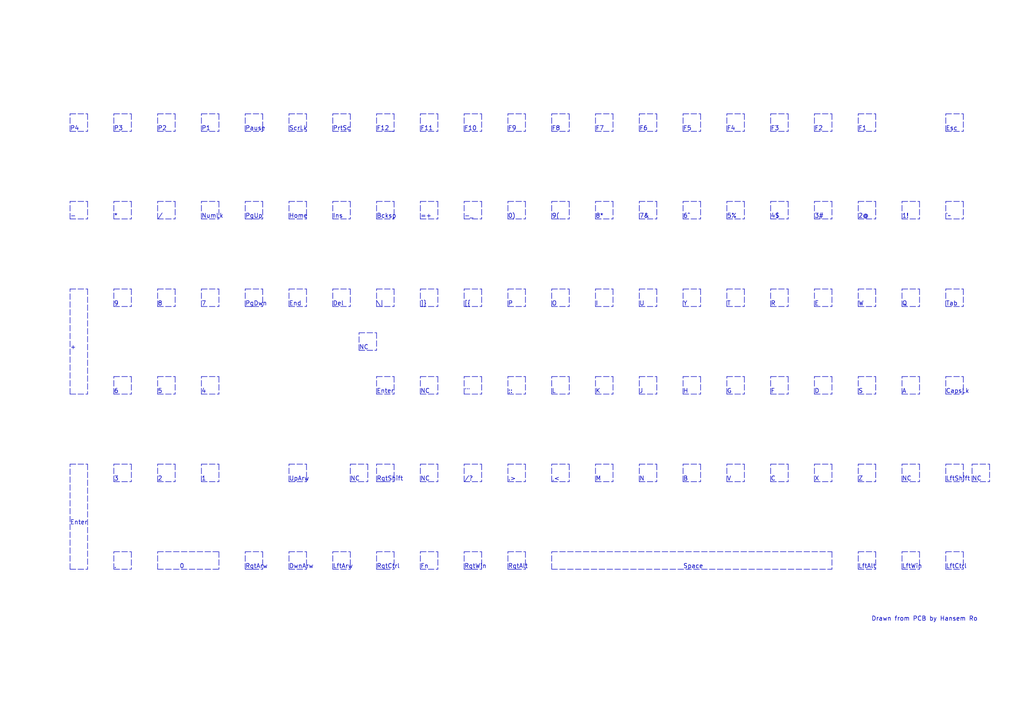
<source format=kicad_sch>
(kicad_sch (version 20211123) (generator eeschema)
  (paper "A4")
  (lib_symbols)
  (polyline (pts (xy 266.7 109.22) (xy 266.7 114.3)))
  (polyline (pts (xy 177.8 109.22) (xy 177.8 114.3)))
  (polyline (pts (xy 228.6 58.42) (xy 228.6 63.5)))
  (polyline (pts (xy 172.72 139.7) (xy 172.72 134.62)))
  (polyline (pts (xy 274.32 114.3) (xy 274.32 109.22)))
  (polyline (pts (xy 236.22 33.02) (xy 241.3 33.02)))
  (polyline (pts (xy 83.82 160.02) (xy 88.9 160.02)))
  (polyline (pts (xy 58.42 33.02) (xy 63.5 33.02)))
  (polyline (pts (xy 198.12 88.9) (xy 198.12 83.82)))
  (polyline (pts (xy 236.22 88.9) (xy 236.22 83.82)))
  (polyline (pts (xy 236.22 83.82) (xy 241.3 83.82)))
  (polyline (pts (xy 266.7 160.02) (xy 266.7 165.1)))
  (polyline (pts (xy 71.12 58.42) (xy 76.2 58.42)))
  (polyline (pts (xy 83.82 165.1) (xy 88.9 165.1)))
  (polyline (pts (xy 134.62 114.3) (xy 134.62 109.22)))
  (polyline (pts (xy 114.3 109.22) (xy 114.3 114.3)))
  (polyline (pts (xy 20.32 114.3) (xy 20.32 83.82)))
  (polyline (pts (xy 172.72 114.3) (xy 172.72 109.22)))
  (polyline (pts (xy 185.42 139.7) (xy 185.42 134.62)))
  (polyline (pts (xy 165.1 33.02) (xy 165.1 38.1)))
  (polyline (pts (xy 160.02 165.1) (xy 160.02 160.02)))
  (polyline (pts (xy 109.22 109.22) (xy 114.3 109.22)))
  (polyline (pts (xy 127 83.82) (xy 127 88.9)))
  (polyline (pts (xy 254 33.02) (xy 254 38.1)))
  (polyline (pts (xy 223.52 33.02) (xy 228.6 33.02)))
  (polyline (pts (xy 114.3 160.02) (xy 114.3 165.1)))
  (polyline (pts (xy 172.72 109.22) (xy 177.8 109.22)))
  (polyline (pts (xy 172.72 63.5) (xy 172.72 58.42)))
  (polyline (pts (xy 33.02 38.1) (xy 33.02 33.02)))
  (polyline (pts (xy 45.72 63.5) (xy 45.72 58.42)))
  (polyline (pts (xy 172.72 88.9) (xy 177.8 88.9)))
  (polyline (pts (xy 121.92 165.1) (xy 121.92 160.02)))
  (polyline (pts (xy 210.82 114.3) (xy 210.82 109.22)))
  (polyline (pts (xy 185.42 38.1) (xy 185.42 33.02)))
  (polyline (pts (xy 152.4 160.02) (xy 152.4 165.1)))
  (polyline (pts (xy 38.1 33.02) (xy 38.1 38.1)))
  (polyline (pts (xy 160.02 88.9) (xy 165.1 88.9)))
  (polyline (pts (xy 33.02 165.1) (xy 38.1 165.1)))
  (polyline (pts (xy 58.42 139.7) (xy 58.42 134.62)))
  (polyline (pts (xy 198.12 114.3) (xy 203.2 114.3)))
  (polyline (pts (xy 58.42 134.62) (xy 63.5 134.62)))
  (polyline (pts (xy 121.92 114.3) (xy 121.92 109.22)))
  (polyline (pts (xy 104.14 101.6) (xy 109.22 101.6)))
  (polyline (pts (xy 198.12 63.5) (xy 198.12 58.42)))
  (polyline (pts (xy 210.82 83.82) (xy 215.9 83.82)))
  (polyline (pts (xy 228.6 33.02) (xy 228.6 38.1)))
  (polyline (pts (xy 134.62 88.9) (xy 139.7 88.9)))
  (polyline (pts (xy 33.02 139.7) (xy 38.1 139.7)))
  (polyline (pts (xy 109.22 134.62) (xy 114.3 134.62)))
  (polyline (pts (xy 96.52 165.1) (xy 96.52 160.02)))
  (polyline (pts (xy 83.82 134.62) (xy 88.9 134.62)))
  (polyline (pts (xy 96.52 88.9) (xy 101.6 88.9)))
  (polyline (pts (xy 50.8 109.22) (xy 50.8 114.3)))
  (polyline (pts (xy 147.32 33.02) (xy 152.4 33.02)))
  (polyline (pts (xy 63.5 83.82) (xy 63.5 88.9)))
  (polyline (pts (xy 134.62 33.02) (xy 139.7 33.02)))
  (polyline (pts (xy 45.72 114.3) (xy 45.72 109.22)))
  (polyline (pts (xy 76.2 83.82) (xy 76.2 88.9)))
  (polyline (pts (xy 58.42 139.7) (xy 63.5 139.7)))
  (polyline (pts (xy 198.12 38.1) (xy 198.12 33.02)))
  (polyline (pts (xy 83.82 63.5) (xy 83.82 58.42)))
  (polyline (pts (xy 160.02 83.82) (xy 165.1 83.82)))
  (polyline (pts (xy 121.92 114.3) (xy 127 114.3)))
  (polyline (pts (xy 261.62 114.3) (xy 261.62 109.22)))
  (polyline (pts (xy 147.32 165.1) (xy 152.4 165.1)))
  (polyline (pts (xy 172.72 134.62) (xy 177.8 134.62)))
  (polyline (pts (xy 45.72 165.1) (xy 63.5 165.1)))
  (polyline (pts (xy 45.72 88.9) (xy 50.8 88.9)))
  (polyline (pts (xy 20.32 33.02) (xy 25.4 33.02)))
  (polyline (pts (xy 109.22 165.1) (xy 114.3 165.1)))
  (polyline (pts (xy 127 109.22) (xy 127 114.3)))
  (polyline (pts (xy 248.92 63.5) (xy 254 63.5)))
  (polyline (pts (xy 88.9 160.02) (xy 88.9 165.1)))
  (polyline (pts (xy 139.7 134.62) (xy 139.7 139.7)))
  (polyline (pts (xy 215.9 33.02) (xy 215.9 38.1)))
  (polyline (pts (xy 190.5 134.62) (xy 190.5 139.7)))
  (polyline (pts (xy 38.1 83.82) (xy 38.1 88.9)))
  (polyline (pts (xy 248.92 88.9) (xy 254 88.9)))
  (polyline (pts (xy 190.5 33.02) (xy 190.5 38.1)))
  (polyline (pts (xy 121.92 38.1) (xy 127 38.1)))
  (polyline (pts (xy 63.5 160.02) (xy 63.5 165.1)))
  (polyline (pts (xy 33.02 114.3) (xy 33.02 109.22)))
  (polyline (pts (xy 281.94 139.7) (xy 287.02 139.7)))
  (polyline (pts (xy 185.42 38.1) (xy 190.5 38.1)))
  (polyline (pts (xy 38.1 134.62) (xy 38.1 139.7)))
  (polyline (pts (xy 248.92 160.02) (xy 254 160.02)))
  (polyline (pts (xy 63.5 58.42) (xy 63.5 63.5)))
  (polyline (pts (xy 152.4 58.42) (xy 152.4 63.5)))
  (polyline (pts (xy 58.42 38.1) (xy 58.42 33.02)))
  (polyline (pts (xy 198.12 139.7) (xy 203.2 139.7)))
  (polyline (pts (xy 33.02 38.1) (xy 38.1 38.1)))
  (polyline (pts (xy 58.42 88.9) (xy 58.42 83.82)))
  (polyline (pts (xy 71.12 165.1) (xy 71.12 160.02)))
  (polyline (pts (xy 45.72 139.7) (xy 50.8 139.7)))
  (polyline (pts (xy 160.02 63.5) (xy 165.1 63.5)))
  (polyline (pts (xy 147.32 38.1) (xy 147.32 33.02)))
  (polyline (pts (xy 20.32 63.5) (xy 25.4 63.5)))
  (polyline (pts (xy 88.9 58.42) (xy 88.9 63.5)))
  (polyline (pts (xy 261.62 109.22) (xy 266.7 109.22)))
  (polyline (pts (xy 172.72 63.5) (xy 177.8 63.5)))
  (polyline (pts (xy 45.72 33.02) (xy 50.8 33.02)))
  (polyline (pts (xy 147.32 58.42) (xy 152.4 58.42)))
  (polyline (pts (xy 228.6 109.22) (xy 228.6 114.3)))
  (polyline (pts (xy 274.32 88.9) (xy 279.4 88.9)))
  (polyline (pts (xy 109.22 83.82) (xy 114.3 83.82)))
  (polyline (pts (xy 104.14 101.6) (xy 104.14 96.52)))
  (polyline (pts (xy 96.52 63.5) (xy 96.52 58.42)))
  (polyline (pts (xy 20.32 134.62) (xy 25.4 134.62)))
  (polyline (pts (xy 83.82 88.9) (xy 83.82 83.82)))
  (polyline (pts (xy 45.72 114.3) (xy 50.8 114.3)))
  (polyline (pts (xy 210.82 134.62) (xy 215.9 134.62)))
  (polyline (pts (xy 45.72 38.1) (xy 45.72 33.02)))
  (polyline (pts (xy 50.8 33.02) (xy 50.8 38.1)))
  (polyline (pts (xy 185.42 134.62) (xy 190.5 134.62)))
  (polyline (pts (xy 248.92 83.82) (xy 254 83.82)))
  (polyline (pts (xy 160.02 139.7) (xy 160.02 134.62)))
  (polyline (pts (xy 210.82 33.02) (xy 215.9 33.02)))
  (polyline (pts (xy 261.62 165.1) (xy 266.7 165.1)))
  (polyline (pts (xy 147.32 114.3) (xy 152.4 114.3)))
  (polyline (pts (xy 279.4 134.62) (xy 279.4 139.7)))
  (polyline (pts (xy 274.32 139.7) (xy 279.4 139.7)))
  (polyline (pts (xy 121.92 88.9) (xy 121.92 83.82)))
  (polyline (pts (xy 160.02 88.9) (xy 160.02 83.82)))
  (polyline (pts (xy 198.12 134.62) (xy 203.2 134.62)))
  (polyline (pts (xy 185.42 63.5) (xy 190.5 63.5)))
  (polyline (pts (xy 172.72 88.9) (xy 172.72 83.82)))
  (polyline (pts (xy 279.4 33.02) (xy 279.4 38.1)))
  (polyline (pts (xy 134.62 139.7) (xy 139.7 139.7)))
  (polyline (pts (xy 33.02 63.5) (xy 38.1 63.5)))
  (polyline (pts (xy 274.32 109.22) (xy 279.4 109.22)))
  (polyline (pts (xy 248.92 33.02) (xy 254 33.02)))
  (polyline (pts (xy 248.92 38.1) (xy 254 38.1)))
  (polyline (pts (xy 114.3 33.02) (xy 114.3 38.1)))
  (polyline (pts (xy 274.32 114.3) (xy 279.4 114.3)))
  (polyline (pts (xy 228.6 83.82) (xy 228.6 88.9)))
  (polyline (pts (xy 165.1 58.42) (xy 165.1 63.5)))
  (polyline (pts (xy 101.6 58.42) (xy 101.6 63.5)))
  (polyline (pts (xy 96.52 83.82) (xy 101.6 83.82)))
  (polyline (pts (xy 198.12 63.5) (xy 203.2 63.5)))
  (polyline (pts (xy 261.62 139.7) (xy 261.62 134.62)))
  (polyline (pts (xy 274.32 165.1) (xy 279.4 165.1)))
  (polyline (pts (xy 45.72 134.62) (xy 50.8 134.62)))
  (polyline (pts (xy 210.82 88.9) (xy 210.82 83.82)))
  (polyline (pts (xy 223.52 134.62) (xy 228.6 134.62)))
  (polyline (pts (xy 109.22 114.3) (xy 109.22 109.22)))
  (polyline (pts (xy 45.72 109.22) (xy 50.8 109.22)))
  (polyline (pts (xy 147.32 88.9) (xy 152.4 88.9)))
  (polyline (pts (xy 96.52 63.5) (xy 101.6 63.5)))
  (polyline (pts (xy 83.82 139.7) (xy 83.82 134.62)))
  (polyline (pts (xy 248.92 88.9) (xy 248.92 83.82)))
  (polyline (pts (xy 261.62 63.5) (xy 261.62 58.42)))
  (polyline (pts (xy 198.12 88.9) (xy 203.2 88.9)))
  (polyline (pts (xy 121.92 63.5) (xy 121.92 58.42)))
  (polyline (pts (xy 83.82 58.42) (xy 88.9 58.42)))
  (polyline (pts (xy 177.8 83.82) (xy 177.8 88.9)))
  (polyline (pts (xy 210.82 114.3) (xy 215.9 114.3)))
  (polyline (pts (xy 96.52 38.1) (xy 96.52 33.02)))
  (polyline (pts (xy 287.02 134.62) (xy 287.02 139.7)))
  (polyline (pts (xy 266.7 58.42) (xy 266.7 63.5)))
  (polyline (pts (xy 236.22 63.5) (xy 236.22 58.42)))
  (polyline (pts (xy 50.8 83.82) (xy 50.8 88.9)))
  (polyline (pts (xy 134.62 134.62) (xy 139.7 134.62)))
  (polyline (pts (xy 127 160.02) (xy 127 165.1)))
  (polyline (pts (xy 71.12 160.02) (xy 76.2 160.02)))
  (polyline (pts (xy 223.52 88.9) (xy 228.6 88.9)))
  (polyline (pts (xy 121.92 33.02) (xy 127 33.02)))
  (polyline (pts (xy 20.32 83.82) (xy 25.4 83.82)))
  (polyline (pts (xy 274.32 58.42) (xy 279.4 58.42)))
  (polyline (pts (xy 83.82 63.5) (xy 88.9 63.5)))
  (polyline (pts (xy 236.22 114.3) (xy 241.3 114.3)))
  (polyline (pts (xy 261.62 160.02) (xy 266.7 160.02)))
  (polyline (pts (xy 109.22 58.42) (xy 114.3 58.42)))
  (polyline (pts (xy 147.32 109.22) (xy 152.4 109.22)))
  (polyline (pts (xy 139.7 33.02) (xy 139.7 38.1)))
  (polyline (pts (xy 248.92 165.1) (xy 248.92 160.02)))
  (polyline (pts (xy 266.7 83.82) (xy 266.7 88.9)))
  (polyline (pts (xy 71.12 38.1) (xy 76.2 38.1)))
  (polyline (pts (xy 261.62 114.3) (xy 266.7 114.3)))
  (polyline (pts (xy 33.02 63.5) (xy 33.02 58.42)))
  (polyline (pts (xy 96.52 88.9) (xy 96.52 83.82)))
  (polyline (pts (xy 121.92 83.82) (xy 127 83.82)))
  (polyline (pts (xy 45.72 160.02) (xy 63.5 160.02)))
  (polyline (pts (xy 33.02 88.9) (xy 33.02 83.82)))
  (polyline (pts (xy 20.32 38.1) (xy 20.32 33.02)))
  (polyline (pts (xy 160.02 160.02) (xy 241.3 160.02)))
  (polyline (pts (xy 114.3 134.62) (xy 114.3 139.7)))
  (polyline (pts (xy 228.6 134.62) (xy 228.6 139.7)))
  (polyline (pts (xy 127 33.02) (xy 127 38.1)))
  (polyline (pts (xy 160.02 38.1) (xy 160.02 33.02)))
  (polyline (pts (xy 241.3 33.02) (xy 241.3 38.1)))
  (polyline (pts (xy 198.12 83.82) (xy 203.2 83.82)))
  (polyline (pts (xy 198.12 58.42) (xy 203.2 58.42)))
  (polyline (pts (xy 147.32 139.7) (xy 152.4 139.7)))
  (polyline (pts (xy 88.9 134.62) (xy 88.9 139.7)))
  (polyline (pts (xy 241.3 109.22) (xy 241.3 114.3)))
  (polyline (pts (xy 198.12 109.22) (xy 203.2 109.22)))
  (polyline (pts (xy 139.7 109.22) (xy 139.7 114.3)))
  (polyline (pts (xy 88.9 83.82) (xy 88.9 88.9)))
  (polyline (pts (xy 121.92 38.1) (xy 121.92 33.02)))
  (polyline (pts (xy 152.4 109.22) (xy 152.4 114.3)))
  (polyline (pts (xy 198.12 139.7) (xy 198.12 134.62)))
  (polyline (pts (xy 83.82 88.9) (xy 88.9 88.9)))
  (polyline (pts (xy 109.22 160.02) (xy 114.3 160.02)))
  (polyline (pts (xy 274.32 83.82) (xy 279.4 83.82)))
  (polyline (pts (xy 160.02 33.02) (xy 165.1 33.02)))
  (polyline (pts (xy 236.22 88.9) (xy 241.3 88.9)))
  (polyline (pts (xy 147.32 38.1) (xy 152.4 38.1)))
  (polyline (pts (xy 109.22 88.9) (xy 109.22 83.82)))
  (polyline (pts (xy 101.6 160.02) (xy 101.6 165.1)))
  (polyline (pts (xy 109.22 139.7) (xy 114.3 139.7)))
  (polyline (pts (xy 236.22 139.7) (xy 236.22 134.62)))
  (polyline (pts (xy 20.32 165.1) (xy 25.4 165.1)))
  (polyline (pts (xy 114.3 38.1) (xy 113.03 38.1)))
  (polyline (pts (xy 248.92 165.1) (xy 254 165.1)))
  (polyline (pts (xy 121.92 63.5) (xy 127 63.5)))
  (polyline (pts (xy 127 134.62) (xy 127 139.7)))
  (polyline (pts (xy 210.82 88.9) (xy 215.9 88.9)))
  (polyline (pts (xy 152.4 33.02) (xy 152.4 38.1)))
  (polyline (pts (xy 106.68 134.62) (xy 106.68 139.7)))
  (polyline (pts (xy 160.02 134.62) (xy 165.1 134.62)))
  (polyline (pts (xy 165.1 109.22) (xy 165.1 114.3)))
  (polyline (pts (xy 190.5 83.82) (xy 190.5 88.9)))
  (polyline (pts (xy 121.92 109.22) (xy 127 109.22)))
  (polyline (pts (xy 210.82 58.42) (xy 215.9 58.42)))
  (polyline (pts (xy 109.22 96.52) (xy 109.22 101.6)))
  (polyline (pts (xy 274.32 63.5) (xy 279.4 63.5)))
  (polyline (pts (xy 101.6 33.02) (xy 101.6 38.1)))
  (polyline (pts (xy 134.62 63.5) (xy 139.7 63.5)))
  (polyline (pts (xy 101.6 139.7) (xy 106.68 139.7)))
  (polyline (pts (xy 20.32 114.3) (xy 25.4 114.3)))
  (polyline (pts (xy 254 109.22) (xy 254 114.3)))
  (polyline (pts (xy 215.9 83.82) (xy 215.9 88.9)))
  (polyline (pts (xy 185.42 63.5) (xy 185.42 58.42)))
  (polyline (pts (xy 109.22 165.1) (xy 109.22 160.02)))
  (polyline (pts (xy 248.92 114.3) (xy 254 114.3)))
  (polyline (pts (xy 261.62 83.82) (xy 266.7 83.82)))
  (polyline (pts (xy 248.92 63.5) (xy 248.92 58.42)))
  (polyline (pts (xy 279.4 58.42) (xy 279.4 63.5)))
  (polyline (pts (xy 241.3 58.42) (xy 241.3 63.5)))
  (polyline (pts (xy 261.62 134.62) (xy 266.7 134.62)))
  (polyline (pts (xy 147.32 165.1) (xy 147.32 160.02)))
  (polyline (pts (xy 160.02 114.3) (xy 160.02 109.22)))
  (polyline (pts (xy 160.02 63.5) (xy 160.02 58.42)))
  (polyline (pts (xy 58.42 114.3) (xy 58.42 109.22)))
  (polyline (pts (xy 261.62 58.42) (xy 266.7 58.42)))
  (polyline (pts (xy 50.8 134.62) (xy 50.8 139.7)))
  (polyline (pts (xy 45.72 88.9) (xy 45.72 83.82)))
  (polyline (pts (xy 58.42 114.3) (xy 63.5 114.3)))
  (polyline (pts (xy 236.22 139.7) (xy 241.3 139.7)))
  (polyline (pts (xy 203.2 58.42) (xy 203.2 63.5)))
  (polyline (pts (xy 198.12 114.3) (xy 198.12 109.22)))
  (polyline (pts (xy 254 58.42) (xy 254 63.5)))
  (polyline (pts (xy 172.72 58.42) (xy 177.8 58.42)))
  (polyline (pts (xy 96.52 38.1) (xy 101.6 38.1)))
  (polyline (pts (xy 185.42 33.02) (xy 190.5 33.02)))
  (polyline (pts (xy 71.12 38.1) (xy 71.12 33.02)))
  (polyline (pts (xy 139.7 83.82) (xy 139.7 88.9)))
  (polyline (pts (xy 134.62 165.1) (xy 134.62 160.02)))
  (polyline (pts (xy 71.12 83.82) (xy 76.2 83.82)))
  (polyline (pts (xy 25.4 83.82) (xy 25.4 114.3)))
  (polyline (pts (xy 76.2 160.02) (xy 76.2 165.1)))
  (polyline (pts (xy 248.92 114.3) (xy 248.92 109.22)))
  (polyline (pts (xy 33.02 160.02) (xy 38.1 160.02)))
  (polyline (pts (xy 134.62 58.42) (xy 139.7 58.42)))
  (polyline (pts (xy 215.9 109.22) (xy 215.9 114.3)))
  (polyline (pts (xy 241.3 160.02) (xy 241.3 165.1)))
  (polyline (pts (xy 45.72 63.5) (xy 50.8 63.5)))
  (polyline (pts (xy 45.72 165.1) (xy 45.72 160.02)))
  (polyline (pts (xy 261.62 139.7) (xy 266.7 139.7)))
  (polyline (pts (xy 96.52 160.02) (xy 101.6 160.02)))
  (polyline (pts (xy 274.32 165.1) (xy 274.32 160.02)))
  (polyline (pts (xy 33.02 114.3) (xy 38.1 114.3)))
  (polyline (pts (xy 114.3 58.42) (xy 114.3 63.5)))
  (polyline (pts (xy 58.42 83.82) (xy 63.5 83.82)))
  (polyline (pts (xy 274.32 88.9) (xy 274.32 83.82)))
  (polyline (pts (xy 71.12 63.5) (xy 76.2 63.5)))
  (polyline (pts (xy 96.52 33.02) (xy 101.6 33.02)))
  (polyline (pts (xy 71.12 88.9) (xy 76.2 88.9)))
  (polyline (pts (xy 172.72 83.82) (xy 177.8 83.82)))
  (polyline (pts (xy 71.12 88.9) (xy 71.12 83.82)))
  (polyline (pts (xy 33.02 139.7) (xy 33.02 134.62)))
  (polyline (pts (xy 248.92 109.22) (xy 254 109.22)))
  (polyline (pts (xy 274.32 38.1) (xy 274.32 33.02)))
  (polyline (pts (xy 101.6 139.7) (xy 101.6 134.62)))
  (polyline (pts (xy 274.32 160.02) (xy 279.4 160.02)))
  (polyline (pts (xy 185.42 109.22) (xy 190.5 109.22)))
  (polyline (pts (xy 160.02 114.3) (xy 165.1 114.3)))
  (polyline (pts (xy 101.6 83.82) (xy 101.6 88.9)))
  (polyline (pts (xy 203.2 33.02) (xy 203.2 38.1)))
  (polyline (pts (xy 121.92 160.02) (xy 127 160.02)))
  (polyline (pts (xy 261.62 165.1) (xy 261.62 160.02)))
  (polyline (pts (xy 254 134.62) (xy 254 139.7)))
  (polyline (pts (xy 109.22 63.5) (xy 114.3 63.5)))
  (polyline (pts (xy 114.3 83.82) (xy 114.3 88.9)))
  (polyline (pts (xy 83.82 38.1) (xy 83.82 33.02)))
  (polyline (pts (xy 172.72 139.7) (xy 177.8 139.7)))
  (polyline (pts (xy 274.32 33.02) (xy 279.4 33.02)))
  (polyline (pts (xy 198.12 33.02) (xy 203.2 33.02)))
  (polyline (pts (xy 210.82 109.22) (xy 215.9 109.22)))
  (polyline (pts (xy 274.32 134.62) (xy 279.4 134.62)))
  (polyline (pts (xy 147.32 134.62) (xy 152.4 134.62)))
  (polyline (pts (xy 172.72 114.3) (xy 177.8 114.3)))
  (polyline (pts (xy 71.12 63.5) (xy 71.12 58.42)))
  (polyline (pts (xy 139.7 58.42) (xy 139.7 63.5)))
  (polyline (pts (xy 20.32 63.5) (xy 20.32 58.42)))
  (polyline (pts (xy 38.1 58.42) (xy 38.1 63.5)))
  (polyline (pts (xy 96.52 58.42) (xy 101.6 58.42)))
  (polyline (pts (xy 223.52 88.9) (xy 223.52 83.82)))
  (polyline (pts (xy 210.82 139.7) (xy 215.9 139.7)))
  (polyline (pts (xy 76.2 58.42) (xy 76.2 63.5)))
  (polyline (pts (xy 261.62 88.9) (xy 266.7 88.9)))
  (polyline (pts (xy 127 58.42) (xy 127 63.5)))
  (polyline (pts (xy 185.42 83.82) (xy 190.5 83.82)))
  (polyline (pts (xy 121.92 165.1) (xy 127 165.1)))
  (polyline (pts (xy 215.9 58.42) (xy 215.9 63.5)))
  (polyline (pts (xy 210.82 38.1) (xy 210.82 33.02)))
  (polyline (pts (xy 109.22 114.3) (xy 114.3 114.3)))
  (polyline (pts (xy 58.42 109.22) (xy 63.5 109.22)))
  (polyline (pts (xy 121.92 58.42) (xy 127 58.42)))
  (polyline (pts (xy 58.42 38.1) (xy 63.5 38.1)))
  (polyline (pts (xy 63.5 109.22) (xy 63.5 114.3)))
  (polyline (pts (xy 50.8 58.42) (xy 50.8 63.5)))
  (polyline (pts (xy 236.22 109.22) (xy 241.3 109.22)))
  (polyline (pts (xy 147.32 114.3) (xy 147.32 109.22)))
  (polyline (pts (xy 203.2 134.62) (xy 203.2 139.7)))
  (polyline (pts (xy 223.52 58.42) (xy 228.6 58.42)))
  (polyline (pts (xy 33.02 134.62) (xy 38.1 134.62)))
  (polyline (pts (xy 25.4 33.02) (xy 25.4 38.1)))
  (polyline (pts (xy 152.4 134.62) (xy 152.4 139.7)))
  (polyline (pts (xy 281.94 134.62) (xy 287.02 134.62)))
  (polyline (pts (xy 223.52 109.22) (xy 228.6 109.22)))
  (polyline (pts (xy 236.22 134.62) (xy 241.3 134.62)))
  (polyline (pts (xy 134.62 160.02) (xy 139.7 160.02)))
  (polyline (pts (xy 177.8 33.02) (xy 177.8 38.1)))
  (polyline (pts (xy 236.22 38.1) (xy 241.3 38.1)))
  (polyline (pts (xy 25.4 134.62) (xy 25.4 165.1)))
  (polyline (pts (xy 160.02 38.1) (xy 165.1 38.1)))
  (polyline (pts (xy 185.42 88.9) (xy 185.42 83.82)))
  (polyline (pts (xy 63.5 134.62) (xy 63.5 139.7)))
  (polyline (pts (xy 223.52 38.1) (xy 228.6 38.1)))
  (polyline (pts (xy 279.4 109.22) (xy 279.4 114.3)))
  (polyline (pts (xy 254 83.82) (xy 254 88.9)))
  (polyline (pts (xy 172.72 38.1) (xy 177.8 38.1)))
  (polyline (pts (xy 223.52 63.5) (xy 223.52 58.42)))
  (polyline (pts (xy 134.62 114.3) (xy 139.7 114.3)))
  (polyline (pts (xy 236.22 58.42) (xy 241.3 58.42)))
  (polyline (pts (xy 185.42 58.42) (xy 190.5 58.42)))
  (polyline (pts (xy 203.2 83.82) (xy 203.2 88.9)))
  (polyline (pts (xy 76.2 33.02) (xy 76.2 38.1)))
  (polyline (pts (xy 147.32 88.9) (xy 147.32 83.82)))
  (polyline (pts (xy 177.8 134.62) (xy 177.8 139.7)))
  (polyline (pts (xy 109.22 139.7) (xy 109.22 134.62)))
  (polyline (pts (xy 177.8 58.42) (xy 177.8 63.5)))
  (polyline (pts (xy 88.9 33.02) (xy 88.9 38.1)))
  (polyline (pts (xy 58.42 88.9) (xy 63.5 88.9)))
  (polyline (pts (xy 160.02 165.1) (xy 241.3 165.1)))
  (polyline (pts (xy 248.92 139.7) (xy 254 139.7)))
  (polyline (pts (xy 109.22 88.9) (xy 114.3 88.9)))
  (polyline (pts (xy 172.72 38.1) (xy 172.72 33.02)))
  (polyline (pts (xy 134.62 38.1) (xy 134.62 33.02)))
  (polyline (pts (xy 96.52 165.1) (xy 101.6 165.1)))
  (polyline (pts (xy 172.72 33.02) (xy 177.8 33.02)))
  (polyline (pts (xy 134.62 139.7) (xy 134.62 134.62)))
  (polyline (pts (xy 109.22 38.1) (xy 114.3 38.1)))
  (polyline (pts (xy 261.62 88.9) (xy 261.62 83.82)))
  (polyline (pts (xy 147.32 63.5) (xy 152.4 63.5)))
  (polyline (pts (xy 71.12 165.1) (xy 76.2 165.1)))
  (polyline (pts (xy 104.14 96.52) (xy 109.22 96.52)))
  (polyline (pts (xy 223.52 139.7) (xy 228.6 139.7)))
  (polyline (pts (xy 71.12 33.02) (xy 76.2 33.02)))
  (polyline (pts (xy 121.92 139.7) (xy 127 139.7)))
  (polyline (pts (xy 33.02 165.1) (xy 33.02 160.02)))
  (polyline (pts (xy 109.22 38.1) (xy 109.22 33.02)))
  (polyline (pts (xy 33.02 33.02) (xy 38.1 33.02)))
  (polyline (pts (xy 20.32 165.1) (xy 20.32 134.62)))
  (polyline (pts (xy 160.02 139.7) (xy 165.1 139.7)))
  (polyline (pts (xy 45.72 58.42) (xy 50.8 58.42)))
  (polyline (pts (xy 210.82 63.5) (xy 215.9 63.5)))
  (polyline (pts (xy 38.1 109.22) (xy 38.1 114.3)))
  (polyline (pts (xy 33.02 88.9) (xy 38.1 88.9)))
  (polyline (pts (xy 134.62 88.9) (xy 134.62 83.82)))
  (polyline (pts (xy 274.32 139.7) (xy 274.32 134.62)))
  (polyline (pts (xy 185.42 114.3) (xy 185.42 109.22)))
  (polyline (pts (xy 45.72 83.82) (xy 50.8 83.82)))
  (polyline (pts (xy 147.32 160.02) (xy 152.4 160.02)))
  (polyline (pts (xy 185.42 139.7) (xy 190.5 139.7)))
  (polyline (pts (xy 147.32 83.82) (xy 152.4 83.82)))
  (polyline (pts (xy 223.52 114.3) (xy 223.52 109.22)))
  (polyline (pts (xy 147.32 63.5) (xy 147.32 58.42)))
  (polyline (pts (xy 121.92 134.62) (xy 127 134.62)))
  (polyline (pts (xy 279.4 83.82) (xy 279.4 88.9)))
  (polyline (pts (xy 58.42 63.5) (xy 63.5 63.5)))
  (polyline (pts (xy 215.9 134.62) (xy 215.9 139.7)))
  (polyline (pts (xy 109.22 63.5) (xy 109.22 58.42)))
  (polyline (pts (xy 33.02 83.82) (xy 38.1 83.82)))
  (polyline (pts (xy 152.4 83.82) (xy 152.4 88.9)))
  (polyline (pts (xy 248.92 134.62) (xy 254 134.62)))
  (polyline (pts (xy 58.42 58.42) (xy 63.5 58.42)))
  (polyline (pts (xy 198.12 38.1) (xy 203.2 38.1)))
  (polyline (pts (xy 210.82 63.5) (xy 210.82 58.42)))
  (polyline (pts (xy 134.62 83.82) (xy 139.7 83.82)))
  (polyline (pts (xy 134.62 63.5) (xy 134.62 58.42)))
  (polyline (pts (xy 33.02 109.22) (xy 38.1 109.22)))
  (polyline (pts (xy 20.32 38.1) (xy 25.4 38.1)))
  (polyline (pts (xy 25.4 58.42) (xy 25.4 63.5)))
  (polyline (pts (xy 33.02 58.42) (xy 38.1 58.42)))
  (polyline (pts (xy 248.92 139.7) (xy 248.92 134.62)))
  (polyline (pts (xy 38.1 160.02) (xy 38.1 165.1)))
  (polyline (pts (xy 121.92 139.7) (xy 121.92 134.62)))
  (polyline (pts (xy 266.7 134.62) (xy 266.7 139.7)))
  (polyline (pts (xy 210.82 38.1) (xy 215.9 38.1)))
  (polyline (pts (xy 223.52 139.7) (xy 223.52 134.62)))
  (polyline (pts (xy 241.3 134.62) (xy 241.3 139.7)))
  (polyline (pts (xy 254 160.02) (xy 254 165.1)))
  (polyline (pts (xy 274.32 63.5) (xy 274.32 58.42)))
  (polyline (pts (xy 279.4 160.02) (xy 279.4 165.1)))
  (polyline (pts (xy 45.72 38.1) (xy 50.8 38.1)))
  (polyline (pts (xy 134.62 165.1) (xy 139.7 165.1)))
  (polyline (pts (xy 165.1 134.62) (xy 165.1 139.7)))
  (polyline (pts (xy 101.6 134.62) (xy 106.68 134.62)))
  (polyline (pts (xy 185.42 114.3) (xy 190.5 114.3)))
  (polyline (pts (xy 248.92 58.42) (xy 254 58.42)))
  (polyline (pts (xy 236.22 63.5) (xy 241.3 63.5)))
  (polyline (pts (xy 165.1 83.82) (xy 165.1 88.9)))
  (polyline (pts (xy 203.2 109.22) (xy 203.2 114.3)))
  (polyline (pts (xy 274.32 38.1) (xy 279.4 38.1)))
  (polyline (pts (xy 190.5 58.42) (xy 190.5 63.5)))
  (polyline (pts (xy 121.92 88.9) (xy 127 88.9)))
  (polyline (pts (xy 223.52 114.3) (xy 228.6 114.3)))
  (polyline (pts (xy 134.62 109.22) (xy 139.7 109.22)))
  (polyline (pts (xy 83.82 83.82) (xy 88.9 83.82)))
  (polyline (pts (xy 281.94 139.7) (xy 281.94 134.62)))
  (polyline (pts (xy 63.5 33.02) (xy 63.5 38.1)))
  (polyline (pts (xy 223.52 63.5) (xy 228.6 63.5)))
  (polyline (pts (xy 185.42 88.9) (xy 190.5 88.9)))
  (polyline (pts (xy 20.32 58.42) (xy 25.4 58.42)))
  (polyline (pts (xy 134.62 38.1) (xy 139.7 38.1)))
  (polyline (pts (xy 139.7 160.02) (xy 139.7 165.1)))
  (polyline (pts (xy 83.82 139.7) (xy 88.9 139.7)))
  (polyline (pts (xy 236.22 38.1) (xy 236.22 33.02)))
  (polyline (pts (xy 58.42 63.5) (xy 58.42 58.42)))
  (polyline (pts (xy 83.82 165.1) (xy 83.82 160.02)))
  (polyline (pts (xy 147.32 139.7) (xy 147.32 134.62)))
  (polyline (pts (xy 45.72 139.7) (xy 45.72 134.62)))
  (polyline (pts (xy 109.22 33.02) (xy 114.3 33.02)))
  (polyline (pts (xy 83.82 33.02) (xy 88.9 33.02)))
  (polyline (pts (xy 160.02 109.22) (xy 165.1 109.22)))
  (polyline (pts (xy 190.5 109.22) (xy 190.5 114.3)))
  (polyline (pts (xy 83.82 38.1) (xy 88.9 38.1)))
  (polyline (pts (xy 241.3 83.82) (xy 241.3 88.9)))
  (polyline (pts (xy 261.62 63.5) (xy 266.7 63.5)))
  (polyline (pts (xy 248.92 38.1) (xy 248.92 33.02)))
  (polyline (pts (xy 160.02 58.42) (xy 165.1 58.42)))
  (polyline (pts (xy 236.22 114.3) (xy 236.22 109.22)))
  (polyline (pts (xy 223.52 83.82) (xy 228.6 83.82)))
  (polyline (pts (xy 210.82 139.7) (xy 210.82 134.62)))
  (polyline (pts (xy 223.52 38.1) (xy 223.52 33.02)))
  (text "P1" (at 58.42 38.1 0) (effects (font (size 1.27 1.27)) (justify left bottom)))
  (text "[{" (at 134.62 88.9 0) (effects (font (size 1.27 1.27)) (justify left bottom)))
  (text "P2" (at 45.72 38.1 0) (effects (font (size 1.27 1.27)) (justify left bottom)))
  (text "F2" (at 236.22 38.1 0) (effects (font (size 1.27 1.27)) (justify left bottom)))
  (text "PrtSc" (at 96.52 38.1 0) (effects (font (size 1.27 1.27)) (justify left bottom)))
  (text "1!" (at 261.62 63.5 0) (effects (font (size 1.27 1.27)) (justify left bottom)))
  (text ";:" (at 147.32 114.3 0) (effects (font (size 1.27 1.27)) (justify left bottom)))
  (text "UpArw" (at 83.82 139.7 0) (effects (font (size 1.27 1.27)) (justify left bottom)))
  (text "=+" (at 121.92 63.5 0) (effects (font (size 1.27 1.27)) (justify left bottom)))
  (text "Drawn from PCB by Hansem Ro" (at 252.73 180.34 0) (effects (font (size 1.27 1.27)) (justify left bottom)))
  (text "-_" (at 134.62 63.5 0) (effects (font (size 1.27 1.27)) (justify left bottom)))
  (text "F4" (at 210.82 38.1 0) (effects (font (size 1.27 1.27)) (justify left bottom)))
  (text "-" (at 20.32 63.5 0) (effects (font (size 1.27 1.27)) (justify left bottom)))
  (text "7" (at 58.42 88.9 0) (effects (font (size 1.27 1.27)) (justify left bottom)))
  (text "F10" (at 134.62 38.1 0) (effects (font (size 1.27 1.27)) (justify left bottom)))
  (text "E" (at 236.22 88.9 0) (effects (font (size 1.27 1.27)) (justify left bottom)))
  (text "LftCtrl" (at 274.32 165.1 0) (effects (font (size 1.27 1.27)) (justify left bottom)))
  (text "Y" (at 198.12 88.9 0) (effects (font (size 1.27 1.27)) (justify left bottom)))
  (text "G" (at 210.82 114.3 0) (effects (font (size 1.27 1.27)) (justify left bottom)))
  (text "F7" (at 172.72 38.1 0) (effects (font (size 1.27 1.27)) (justify left bottom)))
  (text "4" (at 58.42 114.3 0) (effects (font (size 1.27 1.27)) (justify left bottom)))
  (text "5%" (at 210.82 63.5 0) (effects (font (size 1.27 1.27)) (justify left bottom)))
  (text "8*" (at 172.72 63.5 0) (effects (font (size 1.27 1.27)) (justify left bottom)))
  (text "6" (at 33.02 114.3 0) (effects (font (size 1.27 1.27)) (justify left bottom)))
  (text "7&" (at 185.42 63.5 0) (effects (font (size 1.27 1.27)) (justify left bottom)))
  (text "D" (at 236.22 114.3 0) (effects (font (size 1.27 1.27)) (justify left bottom)))
  (text "2@" (at 248.92 63.5 0) (effects (font (size 1.27 1.27)) (justify left bottom)))
  (text "Z" (at 248.92 139.7 0) (effects (font (size 1.27 1.27)) (justify left bottom)))
  (text "Enter" (at 109.22 114.3 0) (effects (font (size 1.27 1.27)) (justify left bottom)))
  (text "F12" (at 109.22 38.1 0) (effects (font (size 1.27 1.27)) (justify left bottom)))
  (text "LftWin" (at 261.62 165.1 0) (effects (font (size 1.27 1.27)) (justify left bottom)))
  (text "NC" (at 101.6 139.7 0) (effects (font (size 1.27 1.27)) (justify left bottom)))
  (text "9(" (at 160.02 63.5 0) (effects (font (size 1.27 1.27)) (justify left bottom)))
  (text "*" (at 33.02 63.5 0) (effects (font (size 1.27 1.27)) (justify left bottom)))
  (text "/" (at 45.72 63.5 0) (effects (font (size 1.27 1.27)) (justify left bottom)))
  (text "CapsLk" (at 274.32 114.3 0) (effects (font (size 1.27 1.27)) (justify left bottom)))
  (text "Bcksp" (at 109.22 63.5 0) (effects (font (size 1.27 1.27)) (justify left bottom)))
  (text "]}" (at 121.92 88.9 0) (effects (font (size 1.27 1.27)) (justify left bottom)))
  (text "Ins" (at 96.52 63.5 0) (effects (font (size 1.27 1.27)) (justify left bottom)))
  (text "0" (at 52.07 165.1 0) (effects (font (size 1.27 1.27)) (justify left bottom)))
  (text "F6" (at 185.42 38.1 0) (effects (font (size 1.27 1.27)) (justify left bottom)))
  (text "K" (at 172.72 114.3 0) (effects (font (size 1.27 1.27)) (justify left bottom)))
  (text "Space" (at 198.12 165.1 0) (effects (font (size 1.27 1.27)) (justify left bottom)))
  (text "'\"" (at 134.62 114.3 0) (effects (font (size 1.27 1.27)) (justify left bottom)))
  (text "V" (at 210.82 139.7 0) (effects (font (size 1.27 1.27)) (justify left bottom)))
  (text "N" (at 185.42 139.7 0) (effects (font (size 1.27 1.27)) (justify left bottom)))
  (text "P4" (at 20.32 38.1 0) (effects (font (size 1.27 1.27)) (justify left bottom)))
  (text "3" (at 33.02 139.7 0) (effects (font (size 1.27 1.27)) (justify left bottom)))
  (text "Q" (at 261.62 88.9 0) (effects (font (size 1.27 1.27)) (justify left bottom)))
  (text "." (at 33.02 165.1 0) (effects (font (size 1.27 1.27)) (justify left bottom)))
  (text "ScrLk" (at 83.82 38.1 0) (effects (font (size 1.27 1.27)) (justify left bottom)))
  (text "I" (at 172.72 88.9 0) (effects (font (size 1.27 1.27)) (justify left bottom)))
  (text "0)" (at 147.32 63.5 0) (effects (font (size 1.27 1.27)) (justify left bottom)))
  (text "`~" (at 274.32 63.5 0) (effects (font (size 1.27 1.27)) (justify left bottom)))
  (text "1" (at 58.42 139.7 0) (effects (font (size 1.27 1.27)) (justify left bottom)))
  (text "LftArw" (at 96.52 165.1 0) (effects (font (size 1.27 1.27)) (justify left bottom)))
  (text "F3" (at 223.52 38.1 0) (effects (font (size 1.27 1.27)) (justify left bottom)))
  (text "Del" (at 96.52 88.9 0) (effects (font (size 1.27 1.27)) (justify left bottom)))
  (text "Pause" (at 71.12 38.1 0) (effects (font (size 1.27 1.27)) (justify left bottom)))
  (text "RgtWin" (at 134.62 165.1 0) (effects (font (size 1.27 1.27)) (justify left bottom)))
  (text "8" (at 45.72 88.9 0) (effects (font (size 1.27 1.27)) (justify left bottom)))
  (text "M" (at 172.72 139.7 0) (effects (font (size 1.27 1.27)) (justify left bottom)))
  (text "P3" (at 33.02 38.1 0) (effects (font (size 1.27 1.27)) (justify left bottom)))
  (text "3#" (at 236.22 63.5 0) (effects (font (size 1.27 1.27)) (justify left bottom)))
  (text "T" (at 210.82 88.9 0) (effects (font (size 1.27 1.27)) (justify left bottom)))
  (text "F8" (at 160.02 38.1 0) (effects (font (size 1.27 1.27)) (justify left bottom)))
  (text "DwnArw" (at 83.82 165.1 0) (effects (font (size 1.27 1.27)) (justify left bottom)))
  (text "NC" (at 121.92 114.3 0) (effects (font (size 1.27 1.27)) (justify left bottom)))
  (text "9" (at 33.02 88.9 0) (effects (font (size 1.27 1.27)) (justify left bottom)))
  (text "LftAlt" (at 248.92 165.1 0) (effects (font (size 1.27 1.27)) (justify left bottom)))
  (text "NC" (at 121.92 139.7 0) (effects (font (size 1.27 1.27)) (justify left bottom)))
  (text "B" (at 198.12 139.7 0) (effects (font (size 1.27 1.27)) (justify left bottom)))
  (text "F11" (at 121.92 38.1 0) (effects (font (size 1.27 1.27)) (justify left bottom)))
  (text "F1" (at 248.92 38.1 0) (effects (font (size 1.27 1.27)) (justify left bottom)))
  (text "C" (at 223.52 139.7 0) (effects (font (size 1.27 1.27)) (justify left bottom)))
  (text "RgtCtrl" (at 109.22 165.1 0) (effects (font (size 1.27 1.27)) (justify left bottom)))
  (text ".>" (at 147.32 139.7 0) (effects (font (size 1.27 1.27)) (justify left bottom)))
  (text "R" (at 223.52 88.9 0) (effects (font (size 1.27 1.27)) (justify left bottom)))
  (text "Tab" (at 274.32 88.9 0) (effects (font (size 1.27 1.27)) (justify left bottom)))
  (text "F5" (at 198.12 38.1 0) (effects (font (size 1.27 1.27)) (justify left bottom)))
  (text "NC" (at 281.94 139.7 0) (effects (font (size 1.27 1.27)) (justify left bottom)))
  (text "P" (at 147.32 88.9 0) (effects (font (size 1.27 1.27)) (justify left bottom)))
  (text "End" (at 83.82 88.9 0) (effects (font (size 1.27 1.27)) (justify left bottom)))
  (text "4$" (at 223.52 63.5 0) (effects (font (size 1.27 1.27)) (justify left bottom)))
  (text "LftShift" (at 274.32 139.7 0) (effects (font (size 1.27 1.27)) (justify left bottom)))
  (text "F9" (at 147.32 38.1 0) (effects (font (size 1.27 1.27)) (justify left bottom)))
  (text "+" (at 20.32 101.6 0) (effects (font (size 1.27 1.27)) (justify left bottom)))
  (text "H" (at 198.12 114.3 0) (effects (font (size 1.27 1.27)) (justify left bottom)))
  (text "S" (at 248.92 114.3 0) (effects (font (size 1.27 1.27)) (justify left bottom)))
  (text "RgtShift" (at 109.22 139.7 0) (effects (font (size 1.27 1.27)) (justify left bottom)))
  (text "NC" (at 261.62 139.7 0) (effects (font (size 1.27 1.27)) (justify left bottom)))
  (text "6^" (at 198.12 63.5 0) (effects (font (size 1.27 1.27)) (justify left bottom)))
  (text "NumLk" (at 58.42 63.5 0) (effects (font (size 1.27 1.27)) (justify left bottom)))
  (text "Esc" (at 274.32 38.1 0) (effects (font (size 1.27 1.27)) (justify left bottom)))
  (text "J" (at 185.42 114.3 0) (effects (font (size 1.27 1.27)) (justify left bottom)))
  (text "O" (at 160.02 88.9 0) (effects (font (size 1.27 1.27)) (justify left bottom)))
  (text "Home" (at 83.82 63.5 0) (effects (font (size 1.27 1.27)) (justify left bottom)))
  (text ",<" (at 160.02 139.7 0) (effects (font (size 1.27 1.27)) (justify left bottom)))
  (text "Enter" (at 20.32 152.4 0) (effects (font (size 1.27 1.27)) (justify left bottom)))
  (text "U" (at 185.42 88.9 0) (effects (font (size 1.27 1.27)) (justify left bottom)))
  (text "\\|" (at 109.22 88.9 0) (effects (font (size 1.27 1.27)) (justify left bottom)))
  (text "RgtAlt" (at 147.32 165.1 0) (effects (font (size 1.27 1.27)) (justify left bottom)))
  (text "Fn" (at 121.92 165.1 0) (effects (font (size 1.27 1.27)) (justify left bottom)))
  (text "/?" (at 134.62 139.7 0) (effects (font (size 1.27 1.27)) (justify left bottom)))
  (text "NC" (at 104.14 101.6 0) (effects (font (size 1.27 1.27)) (justify left bottom)))
  (text "5" (at 45.72 114.3 0) (effects (font (size 1.27 1.27)) (justify left bottom)))
  (text "A" (at 261.62 114.3 0) (effects (font (size 1.27 1.27)) (justify left bottom)))
  (text "PgUp" (at 71.12 63.5 0) (effects (font (size 1.27 1.27)) (justify left bottom)))
  (text "RgtArw" (at 71.12 165.1 0) (effects (font (size 1.27 1.27)) (justify left bottom)))
  (text "L" (at 160.02 114.3 0) (effects (font (size 1.27 1.27)) (justify left bottom)))
  (text "X" (at 236.22 139.7 0) (effects (font (size 1.27 1.27)) (justify left bottom)))
  (text "W" (at 248.92 88.9 0) (effects (font (size 1.27 1.27)) (justify left bottom)))
  (text "F" (at 223.52 114.3 0) (effects (font (size 1.27 1.27)) (justify left bottom)))
  (text "PgDwn" (at 71.12 88.9 0) (effects (font (size 1.27 1.27)) (justify left bottom)))
  (text "2" (at 45.72 139.7 0) (effects (font (size 1.27 1.27)) (justify left bottom)))
)
</source>
